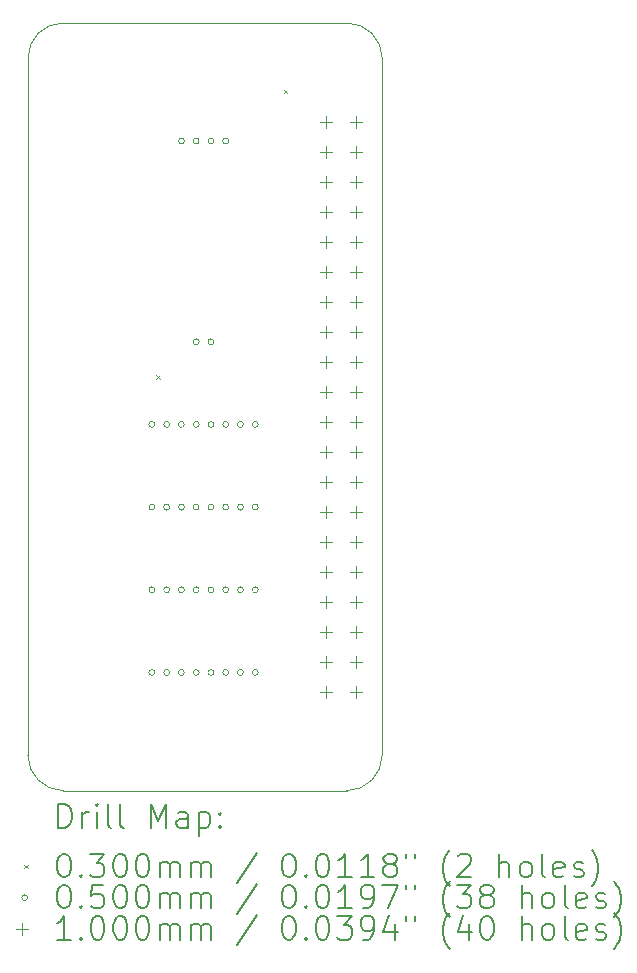
<source format=gbr>
%TF.GenerationSoftware,KiCad,Pcbnew,8.0.9*%
%TF.CreationDate,2026-01-01T18:04:26+09:00*%
%TF.ProjectId,Main,4d61696e-2e6b-4696-9361-645f70636258,rev?*%
%TF.SameCoordinates,Original*%
%TF.FileFunction,Drillmap*%
%TF.FilePolarity,Positive*%
%FSLAX45Y45*%
G04 Gerber Fmt 4.5, Leading zero omitted, Abs format (unit mm)*
G04 Created by KiCad (PCBNEW 8.0.9) date 2026-01-01 18:04:26*
%MOMM*%
%LPD*%
G01*
G04 APERTURE LIST*
%ADD10C,0.050000*%
%ADD11C,0.200000*%
%ADD12C,0.100000*%
G04 APERTURE END LIST*
D10*
X15700000Y-13000000D02*
X13300000Y-13000000D01*
X13000000Y-6800000D02*
G75*
G02*
X13300000Y-6500000I300000J0D01*
G01*
X16000000Y-12700000D02*
G75*
G02*
X15700000Y-13000000I-300000J0D01*
G01*
X15700000Y-6500000D02*
G75*
G02*
X16000000Y-6800000I0J-300000D01*
G01*
X13300000Y-13000000D02*
G75*
G02*
X13000000Y-12700000I0J300000D01*
G01*
X16000000Y-6800000D02*
X16000000Y-12700000D01*
X13000000Y-12700000D02*
X13000000Y-6800000D01*
X13300000Y-6500000D02*
X15700000Y-6500000D01*
D11*
D12*
X14085000Y-9485000D02*
X14115000Y-9515000D01*
X14115000Y-9485000D02*
X14085000Y-9515000D01*
X15165000Y-7065000D02*
X15195000Y-7095000D01*
X15195000Y-7065000D02*
X15165000Y-7095000D01*
X14075000Y-9900000D02*
G75*
G02*
X14025000Y-9900000I-25000J0D01*
G01*
X14025000Y-9900000D02*
G75*
G02*
X14075000Y-9900000I25000J0D01*
G01*
X14075000Y-10600000D02*
G75*
G02*
X14025000Y-10600000I-25000J0D01*
G01*
X14025000Y-10600000D02*
G75*
G02*
X14075000Y-10600000I25000J0D01*
G01*
X14075000Y-11300000D02*
G75*
G02*
X14025000Y-11300000I-25000J0D01*
G01*
X14025000Y-11300000D02*
G75*
G02*
X14075000Y-11300000I25000J0D01*
G01*
X14075000Y-12000000D02*
G75*
G02*
X14025000Y-12000000I-25000J0D01*
G01*
X14025000Y-12000000D02*
G75*
G02*
X14075000Y-12000000I25000J0D01*
G01*
X14200000Y-9900000D02*
G75*
G02*
X14150000Y-9900000I-25000J0D01*
G01*
X14150000Y-9900000D02*
G75*
G02*
X14200000Y-9900000I25000J0D01*
G01*
X14200000Y-10600000D02*
G75*
G02*
X14150000Y-10600000I-25000J0D01*
G01*
X14150000Y-10600000D02*
G75*
G02*
X14200000Y-10600000I25000J0D01*
G01*
X14200000Y-11300000D02*
G75*
G02*
X14150000Y-11300000I-25000J0D01*
G01*
X14150000Y-11300000D02*
G75*
G02*
X14200000Y-11300000I25000J0D01*
G01*
X14200000Y-12000000D02*
G75*
G02*
X14150000Y-12000000I-25000J0D01*
G01*
X14150000Y-12000000D02*
G75*
G02*
X14200000Y-12000000I25000J0D01*
G01*
X14325000Y-7500000D02*
G75*
G02*
X14275000Y-7500000I-25000J0D01*
G01*
X14275000Y-7500000D02*
G75*
G02*
X14325000Y-7500000I25000J0D01*
G01*
X14325000Y-9900000D02*
G75*
G02*
X14275000Y-9900000I-25000J0D01*
G01*
X14275000Y-9900000D02*
G75*
G02*
X14325000Y-9900000I25000J0D01*
G01*
X14325000Y-10600000D02*
G75*
G02*
X14275000Y-10600000I-25000J0D01*
G01*
X14275000Y-10600000D02*
G75*
G02*
X14325000Y-10600000I25000J0D01*
G01*
X14325000Y-11300000D02*
G75*
G02*
X14275000Y-11300000I-25000J0D01*
G01*
X14275000Y-11300000D02*
G75*
G02*
X14325000Y-11300000I25000J0D01*
G01*
X14325000Y-12000000D02*
G75*
G02*
X14275000Y-12000000I-25000J0D01*
G01*
X14275000Y-12000000D02*
G75*
G02*
X14325000Y-12000000I25000J0D01*
G01*
X14450000Y-7500000D02*
G75*
G02*
X14400000Y-7500000I-25000J0D01*
G01*
X14400000Y-7500000D02*
G75*
G02*
X14450000Y-7500000I25000J0D01*
G01*
X14450000Y-9200000D02*
G75*
G02*
X14400000Y-9200000I-25000J0D01*
G01*
X14400000Y-9200000D02*
G75*
G02*
X14450000Y-9200000I25000J0D01*
G01*
X14450000Y-9900000D02*
G75*
G02*
X14400000Y-9900000I-25000J0D01*
G01*
X14400000Y-9900000D02*
G75*
G02*
X14450000Y-9900000I25000J0D01*
G01*
X14450000Y-10600000D02*
G75*
G02*
X14400000Y-10600000I-25000J0D01*
G01*
X14400000Y-10600000D02*
G75*
G02*
X14450000Y-10600000I25000J0D01*
G01*
X14450000Y-11300000D02*
G75*
G02*
X14400000Y-11300000I-25000J0D01*
G01*
X14400000Y-11300000D02*
G75*
G02*
X14450000Y-11300000I25000J0D01*
G01*
X14450000Y-12000000D02*
G75*
G02*
X14400000Y-12000000I-25000J0D01*
G01*
X14400000Y-12000000D02*
G75*
G02*
X14450000Y-12000000I25000J0D01*
G01*
X14575000Y-7500000D02*
G75*
G02*
X14525000Y-7500000I-25000J0D01*
G01*
X14525000Y-7500000D02*
G75*
G02*
X14575000Y-7500000I25000J0D01*
G01*
X14575000Y-9200000D02*
G75*
G02*
X14525000Y-9200000I-25000J0D01*
G01*
X14525000Y-9200000D02*
G75*
G02*
X14575000Y-9200000I25000J0D01*
G01*
X14575000Y-9900000D02*
G75*
G02*
X14525000Y-9900000I-25000J0D01*
G01*
X14525000Y-9900000D02*
G75*
G02*
X14575000Y-9900000I25000J0D01*
G01*
X14575000Y-10600000D02*
G75*
G02*
X14525000Y-10600000I-25000J0D01*
G01*
X14525000Y-10600000D02*
G75*
G02*
X14575000Y-10600000I25000J0D01*
G01*
X14575000Y-11300000D02*
G75*
G02*
X14525000Y-11300000I-25000J0D01*
G01*
X14525000Y-11300000D02*
G75*
G02*
X14575000Y-11300000I25000J0D01*
G01*
X14575000Y-12000000D02*
G75*
G02*
X14525000Y-12000000I-25000J0D01*
G01*
X14525000Y-12000000D02*
G75*
G02*
X14575000Y-12000000I25000J0D01*
G01*
X14700000Y-7500000D02*
G75*
G02*
X14650000Y-7500000I-25000J0D01*
G01*
X14650000Y-7500000D02*
G75*
G02*
X14700000Y-7500000I25000J0D01*
G01*
X14700000Y-9900000D02*
G75*
G02*
X14650000Y-9900000I-25000J0D01*
G01*
X14650000Y-9900000D02*
G75*
G02*
X14700000Y-9900000I25000J0D01*
G01*
X14700000Y-10600000D02*
G75*
G02*
X14650000Y-10600000I-25000J0D01*
G01*
X14650000Y-10600000D02*
G75*
G02*
X14700000Y-10600000I25000J0D01*
G01*
X14700000Y-11300000D02*
G75*
G02*
X14650000Y-11300000I-25000J0D01*
G01*
X14650000Y-11300000D02*
G75*
G02*
X14700000Y-11300000I25000J0D01*
G01*
X14700000Y-12000000D02*
G75*
G02*
X14650000Y-12000000I-25000J0D01*
G01*
X14650000Y-12000000D02*
G75*
G02*
X14700000Y-12000000I25000J0D01*
G01*
X14825000Y-9900000D02*
G75*
G02*
X14775000Y-9900000I-25000J0D01*
G01*
X14775000Y-9900000D02*
G75*
G02*
X14825000Y-9900000I25000J0D01*
G01*
X14825000Y-10600000D02*
G75*
G02*
X14775000Y-10600000I-25000J0D01*
G01*
X14775000Y-10600000D02*
G75*
G02*
X14825000Y-10600000I25000J0D01*
G01*
X14825000Y-11300000D02*
G75*
G02*
X14775000Y-11300000I-25000J0D01*
G01*
X14775000Y-11300000D02*
G75*
G02*
X14825000Y-11300000I25000J0D01*
G01*
X14825000Y-12000000D02*
G75*
G02*
X14775000Y-12000000I-25000J0D01*
G01*
X14775000Y-12000000D02*
G75*
G02*
X14825000Y-12000000I25000J0D01*
G01*
X14950000Y-9900000D02*
G75*
G02*
X14900000Y-9900000I-25000J0D01*
G01*
X14900000Y-9900000D02*
G75*
G02*
X14950000Y-9900000I25000J0D01*
G01*
X14950000Y-10600000D02*
G75*
G02*
X14900000Y-10600000I-25000J0D01*
G01*
X14900000Y-10600000D02*
G75*
G02*
X14950000Y-10600000I25000J0D01*
G01*
X14950000Y-11300000D02*
G75*
G02*
X14900000Y-11300000I-25000J0D01*
G01*
X14900000Y-11300000D02*
G75*
G02*
X14950000Y-11300000I25000J0D01*
G01*
X14950000Y-12000000D02*
G75*
G02*
X14900000Y-12000000I-25000J0D01*
G01*
X14900000Y-12000000D02*
G75*
G02*
X14950000Y-12000000I25000J0D01*
G01*
X15523000Y-7287000D02*
X15523000Y-7387000D01*
X15473000Y-7337000D02*
X15573000Y-7337000D01*
X15523000Y-7541000D02*
X15523000Y-7641000D01*
X15473000Y-7591000D02*
X15573000Y-7591000D01*
X15523000Y-7795000D02*
X15523000Y-7895000D01*
X15473000Y-7845000D02*
X15573000Y-7845000D01*
X15523000Y-8049000D02*
X15523000Y-8149000D01*
X15473000Y-8099000D02*
X15573000Y-8099000D01*
X15523000Y-8303000D02*
X15523000Y-8403000D01*
X15473000Y-8353000D02*
X15573000Y-8353000D01*
X15523000Y-8557000D02*
X15523000Y-8657000D01*
X15473000Y-8607000D02*
X15573000Y-8607000D01*
X15523000Y-8811000D02*
X15523000Y-8911000D01*
X15473000Y-8861000D02*
X15573000Y-8861000D01*
X15523000Y-9065000D02*
X15523000Y-9165000D01*
X15473000Y-9115000D02*
X15573000Y-9115000D01*
X15523000Y-9319000D02*
X15523000Y-9419000D01*
X15473000Y-9369000D02*
X15573000Y-9369000D01*
X15523000Y-9573000D02*
X15523000Y-9673000D01*
X15473000Y-9623000D02*
X15573000Y-9623000D01*
X15523000Y-9827000D02*
X15523000Y-9927000D01*
X15473000Y-9877000D02*
X15573000Y-9877000D01*
X15523000Y-10081000D02*
X15523000Y-10181000D01*
X15473000Y-10131000D02*
X15573000Y-10131000D01*
X15523000Y-10335000D02*
X15523000Y-10435000D01*
X15473000Y-10385000D02*
X15573000Y-10385000D01*
X15523000Y-10589000D02*
X15523000Y-10689000D01*
X15473000Y-10639000D02*
X15573000Y-10639000D01*
X15523000Y-10843000D02*
X15523000Y-10943000D01*
X15473000Y-10893000D02*
X15573000Y-10893000D01*
X15523000Y-11097000D02*
X15523000Y-11197000D01*
X15473000Y-11147000D02*
X15573000Y-11147000D01*
X15523000Y-11351000D02*
X15523000Y-11451000D01*
X15473000Y-11401000D02*
X15573000Y-11401000D01*
X15523000Y-11605000D02*
X15523000Y-11705000D01*
X15473000Y-11655000D02*
X15573000Y-11655000D01*
X15523000Y-11859000D02*
X15523000Y-11959000D01*
X15473000Y-11909000D02*
X15573000Y-11909000D01*
X15523000Y-12113000D02*
X15523000Y-12213000D01*
X15473000Y-12163000D02*
X15573000Y-12163000D01*
X15777000Y-7287000D02*
X15777000Y-7387000D01*
X15727000Y-7337000D02*
X15827000Y-7337000D01*
X15777000Y-7541000D02*
X15777000Y-7641000D01*
X15727000Y-7591000D02*
X15827000Y-7591000D01*
X15777000Y-7795000D02*
X15777000Y-7895000D01*
X15727000Y-7845000D02*
X15827000Y-7845000D01*
X15777000Y-8049000D02*
X15777000Y-8149000D01*
X15727000Y-8099000D02*
X15827000Y-8099000D01*
X15777000Y-8303000D02*
X15777000Y-8403000D01*
X15727000Y-8353000D02*
X15827000Y-8353000D01*
X15777000Y-8557000D02*
X15777000Y-8657000D01*
X15727000Y-8607000D02*
X15827000Y-8607000D01*
X15777000Y-8811000D02*
X15777000Y-8911000D01*
X15727000Y-8861000D02*
X15827000Y-8861000D01*
X15777000Y-9065000D02*
X15777000Y-9165000D01*
X15727000Y-9115000D02*
X15827000Y-9115000D01*
X15777000Y-9319000D02*
X15777000Y-9419000D01*
X15727000Y-9369000D02*
X15827000Y-9369000D01*
X15777000Y-9573000D02*
X15777000Y-9673000D01*
X15727000Y-9623000D02*
X15827000Y-9623000D01*
X15777000Y-9827000D02*
X15777000Y-9927000D01*
X15727000Y-9877000D02*
X15827000Y-9877000D01*
X15777000Y-10081000D02*
X15777000Y-10181000D01*
X15727000Y-10131000D02*
X15827000Y-10131000D01*
X15777000Y-10335000D02*
X15777000Y-10435000D01*
X15727000Y-10385000D02*
X15827000Y-10385000D01*
X15777000Y-10589000D02*
X15777000Y-10689000D01*
X15727000Y-10639000D02*
X15827000Y-10639000D01*
X15777000Y-10843000D02*
X15777000Y-10943000D01*
X15727000Y-10893000D02*
X15827000Y-10893000D01*
X15777000Y-11097000D02*
X15777000Y-11197000D01*
X15727000Y-11147000D02*
X15827000Y-11147000D01*
X15777000Y-11351000D02*
X15777000Y-11451000D01*
X15727000Y-11401000D02*
X15827000Y-11401000D01*
X15777000Y-11605000D02*
X15777000Y-11705000D01*
X15727000Y-11655000D02*
X15827000Y-11655000D01*
X15777000Y-11859000D02*
X15777000Y-11959000D01*
X15727000Y-11909000D02*
X15827000Y-11909000D01*
X15777000Y-12113000D02*
X15777000Y-12213000D01*
X15727000Y-12163000D02*
X15827000Y-12163000D01*
D11*
X13258277Y-13313984D02*
X13258277Y-13113984D01*
X13258277Y-13113984D02*
X13305896Y-13113984D01*
X13305896Y-13113984D02*
X13334467Y-13123508D01*
X13334467Y-13123508D02*
X13353515Y-13142555D01*
X13353515Y-13142555D02*
X13363039Y-13161603D01*
X13363039Y-13161603D02*
X13372562Y-13199698D01*
X13372562Y-13199698D02*
X13372562Y-13228269D01*
X13372562Y-13228269D02*
X13363039Y-13266365D01*
X13363039Y-13266365D02*
X13353515Y-13285412D01*
X13353515Y-13285412D02*
X13334467Y-13304460D01*
X13334467Y-13304460D02*
X13305896Y-13313984D01*
X13305896Y-13313984D02*
X13258277Y-13313984D01*
X13458277Y-13313984D02*
X13458277Y-13180650D01*
X13458277Y-13218746D02*
X13467801Y-13199698D01*
X13467801Y-13199698D02*
X13477324Y-13190174D01*
X13477324Y-13190174D02*
X13496372Y-13180650D01*
X13496372Y-13180650D02*
X13515420Y-13180650D01*
X13582086Y-13313984D02*
X13582086Y-13180650D01*
X13582086Y-13113984D02*
X13572562Y-13123508D01*
X13572562Y-13123508D02*
X13582086Y-13133031D01*
X13582086Y-13133031D02*
X13591610Y-13123508D01*
X13591610Y-13123508D02*
X13582086Y-13113984D01*
X13582086Y-13113984D02*
X13582086Y-13133031D01*
X13705896Y-13313984D02*
X13686848Y-13304460D01*
X13686848Y-13304460D02*
X13677324Y-13285412D01*
X13677324Y-13285412D02*
X13677324Y-13113984D01*
X13810658Y-13313984D02*
X13791610Y-13304460D01*
X13791610Y-13304460D02*
X13782086Y-13285412D01*
X13782086Y-13285412D02*
X13782086Y-13113984D01*
X14039229Y-13313984D02*
X14039229Y-13113984D01*
X14039229Y-13113984D02*
X14105896Y-13256841D01*
X14105896Y-13256841D02*
X14172562Y-13113984D01*
X14172562Y-13113984D02*
X14172562Y-13313984D01*
X14353515Y-13313984D02*
X14353515Y-13209222D01*
X14353515Y-13209222D02*
X14343991Y-13190174D01*
X14343991Y-13190174D02*
X14324943Y-13180650D01*
X14324943Y-13180650D02*
X14286848Y-13180650D01*
X14286848Y-13180650D02*
X14267801Y-13190174D01*
X14353515Y-13304460D02*
X14334467Y-13313984D01*
X14334467Y-13313984D02*
X14286848Y-13313984D01*
X14286848Y-13313984D02*
X14267801Y-13304460D01*
X14267801Y-13304460D02*
X14258277Y-13285412D01*
X14258277Y-13285412D02*
X14258277Y-13266365D01*
X14258277Y-13266365D02*
X14267801Y-13247317D01*
X14267801Y-13247317D02*
X14286848Y-13237793D01*
X14286848Y-13237793D02*
X14334467Y-13237793D01*
X14334467Y-13237793D02*
X14353515Y-13228269D01*
X14448753Y-13180650D02*
X14448753Y-13380650D01*
X14448753Y-13190174D02*
X14467801Y-13180650D01*
X14467801Y-13180650D02*
X14505896Y-13180650D01*
X14505896Y-13180650D02*
X14524943Y-13190174D01*
X14524943Y-13190174D02*
X14534467Y-13199698D01*
X14534467Y-13199698D02*
X14543991Y-13218746D01*
X14543991Y-13218746D02*
X14543991Y-13275888D01*
X14543991Y-13275888D02*
X14534467Y-13294936D01*
X14534467Y-13294936D02*
X14524943Y-13304460D01*
X14524943Y-13304460D02*
X14505896Y-13313984D01*
X14505896Y-13313984D02*
X14467801Y-13313984D01*
X14467801Y-13313984D02*
X14448753Y-13304460D01*
X14629705Y-13294936D02*
X14639229Y-13304460D01*
X14639229Y-13304460D02*
X14629705Y-13313984D01*
X14629705Y-13313984D02*
X14620182Y-13304460D01*
X14620182Y-13304460D02*
X14629705Y-13294936D01*
X14629705Y-13294936D02*
X14629705Y-13313984D01*
X14629705Y-13190174D02*
X14639229Y-13199698D01*
X14639229Y-13199698D02*
X14629705Y-13209222D01*
X14629705Y-13209222D02*
X14620182Y-13199698D01*
X14620182Y-13199698D02*
X14629705Y-13190174D01*
X14629705Y-13190174D02*
X14629705Y-13209222D01*
D12*
X12967500Y-13627500D02*
X12997500Y-13657500D01*
X12997500Y-13627500D02*
X12967500Y-13657500D01*
D11*
X13296372Y-13533984D02*
X13315420Y-13533984D01*
X13315420Y-13533984D02*
X13334467Y-13543508D01*
X13334467Y-13543508D02*
X13343991Y-13553031D01*
X13343991Y-13553031D02*
X13353515Y-13572079D01*
X13353515Y-13572079D02*
X13363039Y-13610174D01*
X13363039Y-13610174D02*
X13363039Y-13657793D01*
X13363039Y-13657793D02*
X13353515Y-13695888D01*
X13353515Y-13695888D02*
X13343991Y-13714936D01*
X13343991Y-13714936D02*
X13334467Y-13724460D01*
X13334467Y-13724460D02*
X13315420Y-13733984D01*
X13315420Y-13733984D02*
X13296372Y-13733984D01*
X13296372Y-13733984D02*
X13277324Y-13724460D01*
X13277324Y-13724460D02*
X13267801Y-13714936D01*
X13267801Y-13714936D02*
X13258277Y-13695888D01*
X13258277Y-13695888D02*
X13248753Y-13657793D01*
X13248753Y-13657793D02*
X13248753Y-13610174D01*
X13248753Y-13610174D02*
X13258277Y-13572079D01*
X13258277Y-13572079D02*
X13267801Y-13553031D01*
X13267801Y-13553031D02*
X13277324Y-13543508D01*
X13277324Y-13543508D02*
X13296372Y-13533984D01*
X13448753Y-13714936D02*
X13458277Y-13724460D01*
X13458277Y-13724460D02*
X13448753Y-13733984D01*
X13448753Y-13733984D02*
X13439229Y-13724460D01*
X13439229Y-13724460D02*
X13448753Y-13714936D01*
X13448753Y-13714936D02*
X13448753Y-13733984D01*
X13524943Y-13533984D02*
X13648753Y-13533984D01*
X13648753Y-13533984D02*
X13582086Y-13610174D01*
X13582086Y-13610174D02*
X13610658Y-13610174D01*
X13610658Y-13610174D02*
X13629705Y-13619698D01*
X13629705Y-13619698D02*
X13639229Y-13629222D01*
X13639229Y-13629222D02*
X13648753Y-13648269D01*
X13648753Y-13648269D02*
X13648753Y-13695888D01*
X13648753Y-13695888D02*
X13639229Y-13714936D01*
X13639229Y-13714936D02*
X13629705Y-13724460D01*
X13629705Y-13724460D02*
X13610658Y-13733984D01*
X13610658Y-13733984D02*
X13553515Y-13733984D01*
X13553515Y-13733984D02*
X13534467Y-13724460D01*
X13534467Y-13724460D02*
X13524943Y-13714936D01*
X13772562Y-13533984D02*
X13791610Y-13533984D01*
X13791610Y-13533984D02*
X13810658Y-13543508D01*
X13810658Y-13543508D02*
X13820182Y-13553031D01*
X13820182Y-13553031D02*
X13829705Y-13572079D01*
X13829705Y-13572079D02*
X13839229Y-13610174D01*
X13839229Y-13610174D02*
X13839229Y-13657793D01*
X13839229Y-13657793D02*
X13829705Y-13695888D01*
X13829705Y-13695888D02*
X13820182Y-13714936D01*
X13820182Y-13714936D02*
X13810658Y-13724460D01*
X13810658Y-13724460D02*
X13791610Y-13733984D01*
X13791610Y-13733984D02*
X13772562Y-13733984D01*
X13772562Y-13733984D02*
X13753515Y-13724460D01*
X13753515Y-13724460D02*
X13743991Y-13714936D01*
X13743991Y-13714936D02*
X13734467Y-13695888D01*
X13734467Y-13695888D02*
X13724943Y-13657793D01*
X13724943Y-13657793D02*
X13724943Y-13610174D01*
X13724943Y-13610174D02*
X13734467Y-13572079D01*
X13734467Y-13572079D02*
X13743991Y-13553031D01*
X13743991Y-13553031D02*
X13753515Y-13543508D01*
X13753515Y-13543508D02*
X13772562Y-13533984D01*
X13963039Y-13533984D02*
X13982086Y-13533984D01*
X13982086Y-13533984D02*
X14001134Y-13543508D01*
X14001134Y-13543508D02*
X14010658Y-13553031D01*
X14010658Y-13553031D02*
X14020182Y-13572079D01*
X14020182Y-13572079D02*
X14029705Y-13610174D01*
X14029705Y-13610174D02*
X14029705Y-13657793D01*
X14029705Y-13657793D02*
X14020182Y-13695888D01*
X14020182Y-13695888D02*
X14010658Y-13714936D01*
X14010658Y-13714936D02*
X14001134Y-13724460D01*
X14001134Y-13724460D02*
X13982086Y-13733984D01*
X13982086Y-13733984D02*
X13963039Y-13733984D01*
X13963039Y-13733984D02*
X13943991Y-13724460D01*
X13943991Y-13724460D02*
X13934467Y-13714936D01*
X13934467Y-13714936D02*
X13924943Y-13695888D01*
X13924943Y-13695888D02*
X13915420Y-13657793D01*
X13915420Y-13657793D02*
X13915420Y-13610174D01*
X13915420Y-13610174D02*
X13924943Y-13572079D01*
X13924943Y-13572079D02*
X13934467Y-13553031D01*
X13934467Y-13553031D02*
X13943991Y-13543508D01*
X13943991Y-13543508D02*
X13963039Y-13533984D01*
X14115420Y-13733984D02*
X14115420Y-13600650D01*
X14115420Y-13619698D02*
X14124943Y-13610174D01*
X14124943Y-13610174D02*
X14143991Y-13600650D01*
X14143991Y-13600650D02*
X14172563Y-13600650D01*
X14172563Y-13600650D02*
X14191610Y-13610174D01*
X14191610Y-13610174D02*
X14201134Y-13629222D01*
X14201134Y-13629222D02*
X14201134Y-13733984D01*
X14201134Y-13629222D02*
X14210658Y-13610174D01*
X14210658Y-13610174D02*
X14229705Y-13600650D01*
X14229705Y-13600650D02*
X14258277Y-13600650D01*
X14258277Y-13600650D02*
X14277324Y-13610174D01*
X14277324Y-13610174D02*
X14286848Y-13629222D01*
X14286848Y-13629222D02*
X14286848Y-13733984D01*
X14382086Y-13733984D02*
X14382086Y-13600650D01*
X14382086Y-13619698D02*
X14391610Y-13610174D01*
X14391610Y-13610174D02*
X14410658Y-13600650D01*
X14410658Y-13600650D02*
X14439229Y-13600650D01*
X14439229Y-13600650D02*
X14458277Y-13610174D01*
X14458277Y-13610174D02*
X14467801Y-13629222D01*
X14467801Y-13629222D02*
X14467801Y-13733984D01*
X14467801Y-13629222D02*
X14477324Y-13610174D01*
X14477324Y-13610174D02*
X14496372Y-13600650D01*
X14496372Y-13600650D02*
X14524943Y-13600650D01*
X14524943Y-13600650D02*
X14543991Y-13610174D01*
X14543991Y-13610174D02*
X14553515Y-13629222D01*
X14553515Y-13629222D02*
X14553515Y-13733984D01*
X14943991Y-13524460D02*
X14772563Y-13781603D01*
X15201134Y-13533984D02*
X15220182Y-13533984D01*
X15220182Y-13533984D02*
X15239229Y-13543508D01*
X15239229Y-13543508D02*
X15248753Y-13553031D01*
X15248753Y-13553031D02*
X15258277Y-13572079D01*
X15258277Y-13572079D02*
X15267801Y-13610174D01*
X15267801Y-13610174D02*
X15267801Y-13657793D01*
X15267801Y-13657793D02*
X15258277Y-13695888D01*
X15258277Y-13695888D02*
X15248753Y-13714936D01*
X15248753Y-13714936D02*
X15239229Y-13724460D01*
X15239229Y-13724460D02*
X15220182Y-13733984D01*
X15220182Y-13733984D02*
X15201134Y-13733984D01*
X15201134Y-13733984D02*
X15182086Y-13724460D01*
X15182086Y-13724460D02*
X15172563Y-13714936D01*
X15172563Y-13714936D02*
X15163039Y-13695888D01*
X15163039Y-13695888D02*
X15153515Y-13657793D01*
X15153515Y-13657793D02*
X15153515Y-13610174D01*
X15153515Y-13610174D02*
X15163039Y-13572079D01*
X15163039Y-13572079D02*
X15172563Y-13553031D01*
X15172563Y-13553031D02*
X15182086Y-13543508D01*
X15182086Y-13543508D02*
X15201134Y-13533984D01*
X15353515Y-13714936D02*
X15363039Y-13724460D01*
X15363039Y-13724460D02*
X15353515Y-13733984D01*
X15353515Y-13733984D02*
X15343991Y-13724460D01*
X15343991Y-13724460D02*
X15353515Y-13714936D01*
X15353515Y-13714936D02*
X15353515Y-13733984D01*
X15486848Y-13533984D02*
X15505896Y-13533984D01*
X15505896Y-13533984D02*
X15524944Y-13543508D01*
X15524944Y-13543508D02*
X15534467Y-13553031D01*
X15534467Y-13553031D02*
X15543991Y-13572079D01*
X15543991Y-13572079D02*
X15553515Y-13610174D01*
X15553515Y-13610174D02*
X15553515Y-13657793D01*
X15553515Y-13657793D02*
X15543991Y-13695888D01*
X15543991Y-13695888D02*
X15534467Y-13714936D01*
X15534467Y-13714936D02*
X15524944Y-13724460D01*
X15524944Y-13724460D02*
X15505896Y-13733984D01*
X15505896Y-13733984D02*
X15486848Y-13733984D01*
X15486848Y-13733984D02*
X15467801Y-13724460D01*
X15467801Y-13724460D02*
X15458277Y-13714936D01*
X15458277Y-13714936D02*
X15448753Y-13695888D01*
X15448753Y-13695888D02*
X15439229Y-13657793D01*
X15439229Y-13657793D02*
X15439229Y-13610174D01*
X15439229Y-13610174D02*
X15448753Y-13572079D01*
X15448753Y-13572079D02*
X15458277Y-13553031D01*
X15458277Y-13553031D02*
X15467801Y-13543508D01*
X15467801Y-13543508D02*
X15486848Y-13533984D01*
X15743991Y-13733984D02*
X15629706Y-13733984D01*
X15686848Y-13733984D02*
X15686848Y-13533984D01*
X15686848Y-13533984D02*
X15667801Y-13562555D01*
X15667801Y-13562555D02*
X15648753Y-13581603D01*
X15648753Y-13581603D02*
X15629706Y-13591127D01*
X15934467Y-13733984D02*
X15820182Y-13733984D01*
X15877325Y-13733984D02*
X15877325Y-13533984D01*
X15877325Y-13533984D02*
X15858277Y-13562555D01*
X15858277Y-13562555D02*
X15839229Y-13581603D01*
X15839229Y-13581603D02*
X15820182Y-13591127D01*
X16048753Y-13619698D02*
X16029706Y-13610174D01*
X16029706Y-13610174D02*
X16020182Y-13600650D01*
X16020182Y-13600650D02*
X16010658Y-13581603D01*
X16010658Y-13581603D02*
X16010658Y-13572079D01*
X16010658Y-13572079D02*
X16020182Y-13553031D01*
X16020182Y-13553031D02*
X16029706Y-13543508D01*
X16029706Y-13543508D02*
X16048753Y-13533984D01*
X16048753Y-13533984D02*
X16086848Y-13533984D01*
X16086848Y-13533984D02*
X16105896Y-13543508D01*
X16105896Y-13543508D02*
X16115420Y-13553031D01*
X16115420Y-13553031D02*
X16124944Y-13572079D01*
X16124944Y-13572079D02*
X16124944Y-13581603D01*
X16124944Y-13581603D02*
X16115420Y-13600650D01*
X16115420Y-13600650D02*
X16105896Y-13610174D01*
X16105896Y-13610174D02*
X16086848Y-13619698D01*
X16086848Y-13619698D02*
X16048753Y-13619698D01*
X16048753Y-13619698D02*
X16029706Y-13629222D01*
X16029706Y-13629222D02*
X16020182Y-13638746D01*
X16020182Y-13638746D02*
X16010658Y-13657793D01*
X16010658Y-13657793D02*
X16010658Y-13695888D01*
X16010658Y-13695888D02*
X16020182Y-13714936D01*
X16020182Y-13714936D02*
X16029706Y-13724460D01*
X16029706Y-13724460D02*
X16048753Y-13733984D01*
X16048753Y-13733984D02*
X16086848Y-13733984D01*
X16086848Y-13733984D02*
X16105896Y-13724460D01*
X16105896Y-13724460D02*
X16115420Y-13714936D01*
X16115420Y-13714936D02*
X16124944Y-13695888D01*
X16124944Y-13695888D02*
X16124944Y-13657793D01*
X16124944Y-13657793D02*
X16115420Y-13638746D01*
X16115420Y-13638746D02*
X16105896Y-13629222D01*
X16105896Y-13629222D02*
X16086848Y-13619698D01*
X16201134Y-13533984D02*
X16201134Y-13572079D01*
X16277325Y-13533984D02*
X16277325Y-13572079D01*
X16572563Y-13810174D02*
X16563039Y-13800650D01*
X16563039Y-13800650D02*
X16543991Y-13772079D01*
X16543991Y-13772079D02*
X16534468Y-13753031D01*
X16534468Y-13753031D02*
X16524944Y-13724460D01*
X16524944Y-13724460D02*
X16515420Y-13676841D01*
X16515420Y-13676841D02*
X16515420Y-13638746D01*
X16515420Y-13638746D02*
X16524944Y-13591127D01*
X16524944Y-13591127D02*
X16534468Y-13562555D01*
X16534468Y-13562555D02*
X16543991Y-13543508D01*
X16543991Y-13543508D02*
X16563039Y-13514936D01*
X16563039Y-13514936D02*
X16572563Y-13505412D01*
X16639229Y-13553031D02*
X16648753Y-13543508D01*
X16648753Y-13543508D02*
X16667801Y-13533984D01*
X16667801Y-13533984D02*
X16715420Y-13533984D01*
X16715420Y-13533984D02*
X16734468Y-13543508D01*
X16734468Y-13543508D02*
X16743991Y-13553031D01*
X16743991Y-13553031D02*
X16753515Y-13572079D01*
X16753515Y-13572079D02*
X16753515Y-13591127D01*
X16753515Y-13591127D02*
X16743991Y-13619698D01*
X16743991Y-13619698D02*
X16629706Y-13733984D01*
X16629706Y-13733984D02*
X16753515Y-13733984D01*
X16991611Y-13733984D02*
X16991611Y-13533984D01*
X17077325Y-13733984D02*
X17077325Y-13629222D01*
X17077325Y-13629222D02*
X17067801Y-13610174D01*
X17067801Y-13610174D02*
X17048753Y-13600650D01*
X17048753Y-13600650D02*
X17020182Y-13600650D01*
X17020182Y-13600650D02*
X17001134Y-13610174D01*
X17001134Y-13610174D02*
X16991611Y-13619698D01*
X17201134Y-13733984D02*
X17182087Y-13724460D01*
X17182087Y-13724460D02*
X17172563Y-13714936D01*
X17172563Y-13714936D02*
X17163039Y-13695888D01*
X17163039Y-13695888D02*
X17163039Y-13638746D01*
X17163039Y-13638746D02*
X17172563Y-13619698D01*
X17172563Y-13619698D02*
X17182087Y-13610174D01*
X17182087Y-13610174D02*
X17201134Y-13600650D01*
X17201134Y-13600650D02*
X17229706Y-13600650D01*
X17229706Y-13600650D02*
X17248753Y-13610174D01*
X17248753Y-13610174D02*
X17258277Y-13619698D01*
X17258277Y-13619698D02*
X17267801Y-13638746D01*
X17267801Y-13638746D02*
X17267801Y-13695888D01*
X17267801Y-13695888D02*
X17258277Y-13714936D01*
X17258277Y-13714936D02*
X17248753Y-13724460D01*
X17248753Y-13724460D02*
X17229706Y-13733984D01*
X17229706Y-13733984D02*
X17201134Y-13733984D01*
X17382087Y-13733984D02*
X17363039Y-13724460D01*
X17363039Y-13724460D02*
X17353515Y-13705412D01*
X17353515Y-13705412D02*
X17353515Y-13533984D01*
X17534468Y-13724460D02*
X17515420Y-13733984D01*
X17515420Y-13733984D02*
X17477325Y-13733984D01*
X17477325Y-13733984D02*
X17458277Y-13724460D01*
X17458277Y-13724460D02*
X17448753Y-13705412D01*
X17448753Y-13705412D02*
X17448753Y-13629222D01*
X17448753Y-13629222D02*
X17458277Y-13610174D01*
X17458277Y-13610174D02*
X17477325Y-13600650D01*
X17477325Y-13600650D02*
X17515420Y-13600650D01*
X17515420Y-13600650D02*
X17534468Y-13610174D01*
X17534468Y-13610174D02*
X17543992Y-13629222D01*
X17543992Y-13629222D02*
X17543992Y-13648269D01*
X17543992Y-13648269D02*
X17448753Y-13667317D01*
X17620182Y-13724460D02*
X17639230Y-13733984D01*
X17639230Y-13733984D02*
X17677325Y-13733984D01*
X17677325Y-13733984D02*
X17696373Y-13724460D01*
X17696373Y-13724460D02*
X17705896Y-13705412D01*
X17705896Y-13705412D02*
X17705896Y-13695888D01*
X17705896Y-13695888D02*
X17696373Y-13676841D01*
X17696373Y-13676841D02*
X17677325Y-13667317D01*
X17677325Y-13667317D02*
X17648753Y-13667317D01*
X17648753Y-13667317D02*
X17629706Y-13657793D01*
X17629706Y-13657793D02*
X17620182Y-13638746D01*
X17620182Y-13638746D02*
X17620182Y-13629222D01*
X17620182Y-13629222D02*
X17629706Y-13610174D01*
X17629706Y-13610174D02*
X17648753Y-13600650D01*
X17648753Y-13600650D02*
X17677325Y-13600650D01*
X17677325Y-13600650D02*
X17696373Y-13610174D01*
X17772563Y-13810174D02*
X17782087Y-13800650D01*
X17782087Y-13800650D02*
X17801134Y-13772079D01*
X17801134Y-13772079D02*
X17810658Y-13753031D01*
X17810658Y-13753031D02*
X17820182Y-13724460D01*
X17820182Y-13724460D02*
X17829706Y-13676841D01*
X17829706Y-13676841D02*
X17829706Y-13638746D01*
X17829706Y-13638746D02*
X17820182Y-13591127D01*
X17820182Y-13591127D02*
X17810658Y-13562555D01*
X17810658Y-13562555D02*
X17801134Y-13543508D01*
X17801134Y-13543508D02*
X17782087Y-13514936D01*
X17782087Y-13514936D02*
X17772563Y-13505412D01*
D12*
X12997500Y-13906500D02*
G75*
G02*
X12947500Y-13906500I-25000J0D01*
G01*
X12947500Y-13906500D02*
G75*
G02*
X12997500Y-13906500I25000J0D01*
G01*
D11*
X13296372Y-13797984D02*
X13315420Y-13797984D01*
X13315420Y-13797984D02*
X13334467Y-13807508D01*
X13334467Y-13807508D02*
X13343991Y-13817031D01*
X13343991Y-13817031D02*
X13353515Y-13836079D01*
X13353515Y-13836079D02*
X13363039Y-13874174D01*
X13363039Y-13874174D02*
X13363039Y-13921793D01*
X13363039Y-13921793D02*
X13353515Y-13959888D01*
X13353515Y-13959888D02*
X13343991Y-13978936D01*
X13343991Y-13978936D02*
X13334467Y-13988460D01*
X13334467Y-13988460D02*
X13315420Y-13997984D01*
X13315420Y-13997984D02*
X13296372Y-13997984D01*
X13296372Y-13997984D02*
X13277324Y-13988460D01*
X13277324Y-13988460D02*
X13267801Y-13978936D01*
X13267801Y-13978936D02*
X13258277Y-13959888D01*
X13258277Y-13959888D02*
X13248753Y-13921793D01*
X13248753Y-13921793D02*
X13248753Y-13874174D01*
X13248753Y-13874174D02*
X13258277Y-13836079D01*
X13258277Y-13836079D02*
X13267801Y-13817031D01*
X13267801Y-13817031D02*
X13277324Y-13807508D01*
X13277324Y-13807508D02*
X13296372Y-13797984D01*
X13448753Y-13978936D02*
X13458277Y-13988460D01*
X13458277Y-13988460D02*
X13448753Y-13997984D01*
X13448753Y-13997984D02*
X13439229Y-13988460D01*
X13439229Y-13988460D02*
X13448753Y-13978936D01*
X13448753Y-13978936D02*
X13448753Y-13997984D01*
X13639229Y-13797984D02*
X13543991Y-13797984D01*
X13543991Y-13797984D02*
X13534467Y-13893222D01*
X13534467Y-13893222D02*
X13543991Y-13883698D01*
X13543991Y-13883698D02*
X13563039Y-13874174D01*
X13563039Y-13874174D02*
X13610658Y-13874174D01*
X13610658Y-13874174D02*
X13629705Y-13883698D01*
X13629705Y-13883698D02*
X13639229Y-13893222D01*
X13639229Y-13893222D02*
X13648753Y-13912269D01*
X13648753Y-13912269D02*
X13648753Y-13959888D01*
X13648753Y-13959888D02*
X13639229Y-13978936D01*
X13639229Y-13978936D02*
X13629705Y-13988460D01*
X13629705Y-13988460D02*
X13610658Y-13997984D01*
X13610658Y-13997984D02*
X13563039Y-13997984D01*
X13563039Y-13997984D02*
X13543991Y-13988460D01*
X13543991Y-13988460D02*
X13534467Y-13978936D01*
X13772562Y-13797984D02*
X13791610Y-13797984D01*
X13791610Y-13797984D02*
X13810658Y-13807508D01*
X13810658Y-13807508D02*
X13820182Y-13817031D01*
X13820182Y-13817031D02*
X13829705Y-13836079D01*
X13829705Y-13836079D02*
X13839229Y-13874174D01*
X13839229Y-13874174D02*
X13839229Y-13921793D01*
X13839229Y-13921793D02*
X13829705Y-13959888D01*
X13829705Y-13959888D02*
X13820182Y-13978936D01*
X13820182Y-13978936D02*
X13810658Y-13988460D01*
X13810658Y-13988460D02*
X13791610Y-13997984D01*
X13791610Y-13997984D02*
X13772562Y-13997984D01*
X13772562Y-13997984D02*
X13753515Y-13988460D01*
X13753515Y-13988460D02*
X13743991Y-13978936D01*
X13743991Y-13978936D02*
X13734467Y-13959888D01*
X13734467Y-13959888D02*
X13724943Y-13921793D01*
X13724943Y-13921793D02*
X13724943Y-13874174D01*
X13724943Y-13874174D02*
X13734467Y-13836079D01*
X13734467Y-13836079D02*
X13743991Y-13817031D01*
X13743991Y-13817031D02*
X13753515Y-13807508D01*
X13753515Y-13807508D02*
X13772562Y-13797984D01*
X13963039Y-13797984D02*
X13982086Y-13797984D01*
X13982086Y-13797984D02*
X14001134Y-13807508D01*
X14001134Y-13807508D02*
X14010658Y-13817031D01*
X14010658Y-13817031D02*
X14020182Y-13836079D01*
X14020182Y-13836079D02*
X14029705Y-13874174D01*
X14029705Y-13874174D02*
X14029705Y-13921793D01*
X14029705Y-13921793D02*
X14020182Y-13959888D01*
X14020182Y-13959888D02*
X14010658Y-13978936D01*
X14010658Y-13978936D02*
X14001134Y-13988460D01*
X14001134Y-13988460D02*
X13982086Y-13997984D01*
X13982086Y-13997984D02*
X13963039Y-13997984D01*
X13963039Y-13997984D02*
X13943991Y-13988460D01*
X13943991Y-13988460D02*
X13934467Y-13978936D01*
X13934467Y-13978936D02*
X13924943Y-13959888D01*
X13924943Y-13959888D02*
X13915420Y-13921793D01*
X13915420Y-13921793D02*
X13915420Y-13874174D01*
X13915420Y-13874174D02*
X13924943Y-13836079D01*
X13924943Y-13836079D02*
X13934467Y-13817031D01*
X13934467Y-13817031D02*
X13943991Y-13807508D01*
X13943991Y-13807508D02*
X13963039Y-13797984D01*
X14115420Y-13997984D02*
X14115420Y-13864650D01*
X14115420Y-13883698D02*
X14124943Y-13874174D01*
X14124943Y-13874174D02*
X14143991Y-13864650D01*
X14143991Y-13864650D02*
X14172563Y-13864650D01*
X14172563Y-13864650D02*
X14191610Y-13874174D01*
X14191610Y-13874174D02*
X14201134Y-13893222D01*
X14201134Y-13893222D02*
X14201134Y-13997984D01*
X14201134Y-13893222D02*
X14210658Y-13874174D01*
X14210658Y-13874174D02*
X14229705Y-13864650D01*
X14229705Y-13864650D02*
X14258277Y-13864650D01*
X14258277Y-13864650D02*
X14277324Y-13874174D01*
X14277324Y-13874174D02*
X14286848Y-13893222D01*
X14286848Y-13893222D02*
X14286848Y-13997984D01*
X14382086Y-13997984D02*
X14382086Y-13864650D01*
X14382086Y-13883698D02*
X14391610Y-13874174D01*
X14391610Y-13874174D02*
X14410658Y-13864650D01*
X14410658Y-13864650D02*
X14439229Y-13864650D01*
X14439229Y-13864650D02*
X14458277Y-13874174D01*
X14458277Y-13874174D02*
X14467801Y-13893222D01*
X14467801Y-13893222D02*
X14467801Y-13997984D01*
X14467801Y-13893222D02*
X14477324Y-13874174D01*
X14477324Y-13874174D02*
X14496372Y-13864650D01*
X14496372Y-13864650D02*
X14524943Y-13864650D01*
X14524943Y-13864650D02*
X14543991Y-13874174D01*
X14543991Y-13874174D02*
X14553515Y-13893222D01*
X14553515Y-13893222D02*
X14553515Y-13997984D01*
X14943991Y-13788460D02*
X14772563Y-14045603D01*
X15201134Y-13797984D02*
X15220182Y-13797984D01*
X15220182Y-13797984D02*
X15239229Y-13807508D01*
X15239229Y-13807508D02*
X15248753Y-13817031D01*
X15248753Y-13817031D02*
X15258277Y-13836079D01*
X15258277Y-13836079D02*
X15267801Y-13874174D01*
X15267801Y-13874174D02*
X15267801Y-13921793D01*
X15267801Y-13921793D02*
X15258277Y-13959888D01*
X15258277Y-13959888D02*
X15248753Y-13978936D01*
X15248753Y-13978936D02*
X15239229Y-13988460D01*
X15239229Y-13988460D02*
X15220182Y-13997984D01*
X15220182Y-13997984D02*
X15201134Y-13997984D01*
X15201134Y-13997984D02*
X15182086Y-13988460D01*
X15182086Y-13988460D02*
X15172563Y-13978936D01*
X15172563Y-13978936D02*
X15163039Y-13959888D01*
X15163039Y-13959888D02*
X15153515Y-13921793D01*
X15153515Y-13921793D02*
X15153515Y-13874174D01*
X15153515Y-13874174D02*
X15163039Y-13836079D01*
X15163039Y-13836079D02*
X15172563Y-13817031D01*
X15172563Y-13817031D02*
X15182086Y-13807508D01*
X15182086Y-13807508D02*
X15201134Y-13797984D01*
X15353515Y-13978936D02*
X15363039Y-13988460D01*
X15363039Y-13988460D02*
X15353515Y-13997984D01*
X15353515Y-13997984D02*
X15343991Y-13988460D01*
X15343991Y-13988460D02*
X15353515Y-13978936D01*
X15353515Y-13978936D02*
X15353515Y-13997984D01*
X15486848Y-13797984D02*
X15505896Y-13797984D01*
X15505896Y-13797984D02*
X15524944Y-13807508D01*
X15524944Y-13807508D02*
X15534467Y-13817031D01*
X15534467Y-13817031D02*
X15543991Y-13836079D01*
X15543991Y-13836079D02*
X15553515Y-13874174D01*
X15553515Y-13874174D02*
X15553515Y-13921793D01*
X15553515Y-13921793D02*
X15543991Y-13959888D01*
X15543991Y-13959888D02*
X15534467Y-13978936D01*
X15534467Y-13978936D02*
X15524944Y-13988460D01*
X15524944Y-13988460D02*
X15505896Y-13997984D01*
X15505896Y-13997984D02*
X15486848Y-13997984D01*
X15486848Y-13997984D02*
X15467801Y-13988460D01*
X15467801Y-13988460D02*
X15458277Y-13978936D01*
X15458277Y-13978936D02*
X15448753Y-13959888D01*
X15448753Y-13959888D02*
X15439229Y-13921793D01*
X15439229Y-13921793D02*
X15439229Y-13874174D01*
X15439229Y-13874174D02*
X15448753Y-13836079D01*
X15448753Y-13836079D02*
X15458277Y-13817031D01*
X15458277Y-13817031D02*
X15467801Y-13807508D01*
X15467801Y-13807508D02*
X15486848Y-13797984D01*
X15743991Y-13997984D02*
X15629706Y-13997984D01*
X15686848Y-13997984D02*
X15686848Y-13797984D01*
X15686848Y-13797984D02*
X15667801Y-13826555D01*
X15667801Y-13826555D02*
X15648753Y-13845603D01*
X15648753Y-13845603D02*
X15629706Y-13855127D01*
X15839229Y-13997984D02*
X15877325Y-13997984D01*
X15877325Y-13997984D02*
X15896372Y-13988460D01*
X15896372Y-13988460D02*
X15905896Y-13978936D01*
X15905896Y-13978936D02*
X15924944Y-13950365D01*
X15924944Y-13950365D02*
X15934467Y-13912269D01*
X15934467Y-13912269D02*
X15934467Y-13836079D01*
X15934467Y-13836079D02*
X15924944Y-13817031D01*
X15924944Y-13817031D02*
X15915420Y-13807508D01*
X15915420Y-13807508D02*
X15896372Y-13797984D01*
X15896372Y-13797984D02*
X15858277Y-13797984D01*
X15858277Y-13797984D02*
X15839229Y-13807508D01*
X15839229Y-13807508D02*
X15829706Y-13817031D01*
X15829706Y-13817031D02*
X15820182Y-13836079D01*
X15820182Y-13836079D02*
X15820182Y-13883698D01*
X15820182Y-13883698D02*
X15829706Y-13902746D01*
X15829706Y-13902746D02*
X15839229Y-13912269D01*
X15839229Y-13912269D02*
X15858277Y-13921793D01*
X15858277Y-13921793D02*
X15896372Y-13921793D01*
X15896372Y-13921793D02*
X15915420Y-13912269D01*
X15915420Y-13912269D02*
X15924944Y-13902746D01*
X15924944Y-13902746D02*
X15934467Y-13883698D01*
X16001134Y-13797984D02*
X16134467Y-13797984D01*
X16134467Y-13797984D02*
X16048753Y-13997984D01*
X16201134Y-13797984D02*
X16201134Y-13836079D01*
X16277325Y-13797984D02*
X16277325Y-13836079D01*
X16572563Y-14074174D02*
X16563039Y-14064650D01*
X16563039Y-14064650D02*
X16543991Y-14036079D01*
X16543991Y-14036079D02*
X16534468Y-14017031D01*
X16534468Y-14017031D02*
X16524944Y-13988460D01*
X16524944Y-13988460D02*
X16515420Y-13940841D01*
X16515420Y-13940841D02*
X16515420Y-13902746D01*
X16515420Y-13902746D02*
X16524944Y-13855127D01*
X16524944Y-13855127D02*
X16534468Y-13826555D01*
X16534468Y-13826555D02*
X16543991Y-13807508D01*
X16543991Y-13807508D02*
X16563039Y-13778936D01*
X16563039Y-13778936D02*
X16572563Y-13769412D01*
X16629706Y-13797984D02*
X16753515Y-13797984D01*
X16753515Y-13797984D02*
X16686848Y-13874174D01*
X16686848Y-13874174D02*
X16715420Y-13874174D01*
X16715420Y-13874174D02*
X16734468Y-13883698D01*
X16734468Y-13883698D02*
X16743991Y-13893222D01*
X16743991Y-13893222D02*
X16753515Y-13912269D01*
X16753515Y-13912269D02*
X16753515Y-13959888D01*
X16753515Y-13959888D02*
X16743991Y-13978936D01*
X16743991Y-13978936D02*
X16734468Y-13988460D01*
X16734468Y-13988460D02*
X16715420Y-13997984D01*
X16715420Y-13997984D02*
X16658277Y-13997984D01*
X16658277Y-13997984D02*
X16639229Y-13988460D01*
X16639229Y-13988460D02*
X16629706Y-13978936D01*
X16867801Y-13883698D02*
X16848753Y-13874174D01*
X16848753Y-13874174D02*
X16839230Y-13864650D01*
X16839230Y-13864650D02*
X16829706Y-13845603D01*
X16829706Y-13845603D02*
X16829706Y-13836079D01*
X16829706Y-13836079D02*
X16839230Y-13817031D01*
X16839230Y-13817031D02*
X16848753Y-13807508D01*
X16848753Y-13807508D02*
X16867801Y-13797984D01*
X16867801Y-13797984D02*
X16905896Y-13797984D01*
X16905896Y-13797984D02*
X16924944Y-13807508D01*
X16924944Y-13807508D02*
X16934468Y-13817031D01*
X16934468Y-13817031D02*
X16943991Y-13836079D01*
X16943991Y-13836079D02*
X16943991Y-13845603D01*
X16943991Y-13845603D02*
X16934468Y-13864650D01*
X16934468Y-13864650D02*
X16924944Y-13874174D01*
X16924944Y-13874174D02*
X16905896Y-13883698D01*
X16905896Y-13883698D02*
X16867801Y-13883698D01*
X16867801Y-13883698D02*
X16848753Y-13893222D01*
X16848753Y-13893222D02*
X16839230Y-13902746D01*
X16839230Y-13902746D02*
X16829706Y-13921793D01*
X16829706Y-13921793D02*
X16829706Y-13959888D01*
X16829706Y-13959888D02*
X16839230Y-13978936D01*
X16839230Y-13978936D02*
X16848753Y-13988460D01*
X16848753Y-13988460D02*
X16867801Y-13997984D01*
X16867801Y-13997984D02*
X16905896Y-13997984D01*
X16905896Y-13997984D02*
X16924944Y-13988460D01*
X16924944Y-13988460D02*
X16934468Y-13978936D01*
X16934468Y-13978936D02*
X16943991Y-13959888D01*
X16943991Y-13959888D02*
X16943991Y-13921793D01*
X16943991Y-13921793D02*
X16934468Y-13902746D01*
X16934468Y-13902746D02*
X16924944Y-13893222D01*
X16924944Y-13893222D02*
X16905896Y-13883698D01*
X17182087Y-13997984D02*
X17182087Y-13797984D01*
X17267801Y-13997984D02*
X17267801Y-13893222D01*
X17267801Y-13893222D02*
X17258277Y-13874174D01*
X17258277Y-13874174D02*
X17239230Y-13864650D01*
X17239230Y-13864650D02*
X17210658Y-13864650D01*
X17210658Y-13864650D02*
X17191611Y-13874174D01*
X17191611Y-13874174D02*
X17182087Y-13883698D01*
X17391611Y-13997984D02*
X17372563Y-13988460D01*
X17372563Y-13988460D02*
X17363039Y-13978936D01*
X17363039Y-13978936D02*
X17353515Y-13959888D01*
X17353515Y-13959888D02*
X17353515Y-13902746D01*
X17353515Y-13902746D02*
X17363039Y-13883698D01*
X17363039Y-13883698D02*
X17372563Y-13874174D01*
X17372563Y-13874174D02*
X17391611Y-13864650D01*
X17391611Y-13864650D02*
X17420182Y-13864650D01*
X17420182Y-13864650D02*
X17439230Y-13874174D01*
X17439230Y-13874174D02*
X17448753Y-13883698D01*
X17448753Y-13883698D02*
X17458277Y-13902746D01*
X17458277Y-13902746D02*
X17458277Y-13959888D01*
X17458277Y-13959888D02*
X17448753Y-13978936D01*
X17448753Y-13978936D02*
X17439230Y-13988460D01*
X17439230Y-13988460D02*
X17420182Y-13997984D01*
X17420182Y-13997984D02*
X17391611Y-13997984D01*
X17572563Y-13997984D02*
X17553515Y-13988460D01*
X17553515Y-13988460D02*
X17543992Y-13969412D01*
X17543992Y-13969412D02*
X17543992Y-13797984D01*
X17724944Y-13988460D02*
X17705896Y-13997984D01*
X17705896Y-13997984D02*
X17667801Y-13997984D01*
X17667801Y-13997984D02*
X17648753Y-13988460D01*
X17648753Y-13988460D02*
X17639230Y-13969412D01*
X17639230Y-13969412D02*
X17639230Y-13893222D01*
X17639230Y-13893222D02*
X17648753Y-13874174D01*
X17648753Y-13874174D02*
X17667801Y-13864650D01*
X17667801Y-13864650D02*
X17705896Y-13864650D01*
X17705896Y-13864650D02*
X17724944Y-13874174D01*
X17724944Y-13874174D02*
X17734468Y-13893222D01*
X17734468Y-13893222D02*
X17734468Y-13912269D01*
X17734468Y-13912269D02*
X17639230Y-13931317D01*
X17810658Y-13988460D02*
X17829706Y-13997984D01*
X17829706Y-13997984D02*
X17867801Y-13997984D01*
X17867801Y-13997984D02*
X17886849Y-13988460D01*
X17886849Y-13988460D02*
X17896373Y-13969412D01*
X17896373Y-13969412D02*
X17896373Y-13959888D01*
X17896373Y-13959888D02*
X17886849Y-13940841D01*
X17886849Y-13940841D02*
X17867801Y-13931317D01*
X17867801Y-13931317D02*
X17839230Y-13931317D01*
X17839230Y-13931317D02*
X17820182Y-13921793D01*
X17820182Y-13921793D02*
X17810658Y-13902746D01*
X17810658Y-13902746D02*
X17810658Y-13893222D01*
X17810658Y-13893222D02*
X17820182Y-13874174D01*
X17820182Y-13874174D02*
X17839230Y-13864650D01*
X17839230Y-13864650D02*
X17867801Y-13864650D01*
X17867801Y-13864650D02*
X17886849Y-13874174D01*
X17963039Y-14074174D02*
X17972563Y-14064650D01*
X17972563Y-14064650D02*
X17991611Y-14036079D01*
X17991611Y-14036079D02*
X18001134Y-14017031D01*
X18001134Y-14017031D02*
X18010658Y-13988460D01*
X18010658Y-13988460D02*
X18020182Y-13940841D01*
X18020182Y-13940841D02*
X18020182Y-13902746D01*
X18020182Y-13902746D02*
X18010658Y-13855127D01*
X18010658Y-13855127D02*
X18001134Y-13826555D01*
X18001134Y-13826555D02*
X17991611Y-13807508D01*
X17991611Y-13807508D02*
X17972563Y-13778936D01*
X17972563Y-13778936D02*
X17963039Y-13769412D01*
D12*
X12947500Y-14120500D02*
X12947500Y-14220500D01*
X12897500Y-14170500D02*
X12997500Y-14170500D01*
D11*
X13363039Y-14261984D02*
X13248753Y-14261984D01*
X13305896Y-14261984D02*
X13305896Y-14061984D01*
X13305896Y-14061984D02*
X13286848Y-14090555D01*
X13286848Y-14090555D02*
X13267801Y-14109603D01*
X13267801Y-14109603D02*
X13248753Y-14119127D01*
X13448753Y-14242936D02*
X13458277Y-14252460D01*
X13458277Y-14252460D02*
X13448753Y-14261984D01*
X13448753Y-14261984D02*
X13439229Y-14252460D01*
X13439229Y-14252460D02*
X13448753Y-14242936D01*
X13448753Y-14242936D02*
X13448753Y-14261984D01*
X13582086Y-14061984D02*
X13601134Y-14061984D01*
X13601134Y-14061984D02*
X13620182Y-14071508D01*
X13620182Y-14071508D02*
X13629705Y-14081031D01*
X13629705Y-14081031D02*
X13639229Y-14100079D01*
X13639229Y-14100079D02*
X13648753Y-14138174D01*
X13648753Y-14138174D02*
X13648753Y-14185793D01*
X13648753Y-14185793D02*
X13639229Y-14223888D01*
X13639229Y-14223888D02*
X13629705Y-14242936D01*
X13629705Y-14242936D02*
X13620182Y-14252460D01*
X13620182Y-14252460D02*
X13601134Y-14261984D01*
X13601134Y-14261984D02*
X13582086Y-14261984D01*
X13582086Y-14261984D02*
X13563039Y-14252460D01*
X13563039Y-14252460D02*
X13553515Y-14242936D01*
X13553515Y-14242936D02*
X13543991Y-14223888D01*
X13543991Y-14223888D02*
X13534467Y-14185793D01*
X13534467Y-14185793D02*
X13534467Y-14138174D01*
X13534467Y-14138174D02*
X13543991Y-14100079D01*
X13543991Y-14100079D02*
X13553515Y-14081031D01*
X13553515Y-14081031D02*
X13563039Y-14071508D01*
X13563039Y-14071508D02*
X13582086Y-14061984D01*
X13772562Y-14061984D02*
X13791610Y-14061984D01*
X13791610Y-14061984D02*
X13810658Y-14071508D01*
X13810658Y-14071508D02*
X13820182Y-14081031D01*
X13820182Y-14081031D02*
X13829705Y-14100079D01*
X13829705Y-14100079D02*
X13839229Y-14138174D01*
X13839229Y-14138174D02*
X13839229Y-14185793D01*
X13839229Y-14185793D02*
X13829705Y-14223888D01*
X13829705Y-14223888D02*
X13820182Y-14242936D01*
X13820182Y-14242936D02*
X13810658Y-14252460D01*
X13810658Y-14252460D02*
X13791610Y-14261984D01*
X13791610Y-14261984D02*
X13772562Y-14261984D01*
X13772562Y-14261984D02*
X13753515Y-14252460D01*
X13753515Y-14252460D02*
X13743991Y-14242936D01*
X13743991Y-14242936D02*
X13734467Y-14223888D01*
X13734467Y-14223888D02*
X13724943Y-14185793D01*
X13724943Y-14185793D02*
X13724943Y-14138174D01*
X13724943Y-14138174D02*
X13734467Y-14100079D01*
X13734467Y-14100079D02*
X13743991Y-14081031D01*
X13743991Y-14081031D02*
X13753515Y-14071508D01*
X13753515Y-14071508D02*
X13772562Y-14061984D01*
X13963039Y-14061984D02*
X13982086Y-14061984D01*
X13982086Y-14061984D02*
X14001134Y-14071508D01*
X14001134Y-14071508D02*
X14010658Y-14081031D01*
X14010658Y-14081031D02*
X14020182Y-14100079D01*
X14020182Y-14100079D02*
X14029705Y-14138174D01*
X14029705Y-14138174D02*
X14029705Y-14185793D01*
X14029705Y-14185793D02*
X14020182Y-14223888D01*
X14020182Y-14223888D02*
X14010658Y-14242936D01*
X14010658Y-14242936D02*
X14001134Y-14252460D01*
X14001134Y-14252460D02*
X13982086Y-14261984D01*
X13982086Y-14261984D02*
X13963039Y-14261984D01*
X13963039Y-14261984D02*
X13943991Y-14252460D01*
X13943991Y-14252460D02*
X13934467Y-14242936D01*
X13934467Y-14242936D02*
X13924943Y-14223888D01*
X13924943Y-14223888D02*
X13915420Y-14185793D01*
X13915420Y-14185793D02*
X13915420Y-14138174D01*
X13915420Y-14138174D02*
X13924943Y-14100079D01*
X13924943Y-14100079D02*
X13934467Y-14081031D01*
X13934467Y-14081031D02*
X13943991Y-14071508D01*
X13943991Y-14071508D02*
X13963039Y-14061984D01*
X14115420Y-14261984D02*
X14115420Y-14128650D01*
X14115420Y-14147698D02*
X14124943Y-14138174D01*
X14124943Y-14138174D02*
X14143991Y-14128650D01*
X14143991Y-14128650D02*
X14172563Y-14128650D01*
X14172563Y-14128650D02*
X14191610Y-14138174D01*
X14191610Y-14138174D02*
X14201134Y-14157222D01*
X14201134Y-14157222D02*
X14201134Y-14261984D01*
X14201134Y-14157222D02*
X14210658Y-14138174D01*
X14210658Y-14138174D02*
X14229705Y-14128650D01*
X14229705Y-14128650D02*
X14258277Y-14128650D01*
X14258277Y-14128650D02*
X14277324Y-14138174D01*
X14277324Y-14138174D02*
X14286848Y-14157222D01*
X14286848Y-14157222D02*
X14286848Y-14261984D01*
X14382086Y-14261984D02*
X14382086Y-14128650D01*
X14382086Y-14147698D02*
X14391610Y-14138174D01*
X14391610Y-14138174D02*
X14410658Y-14128650D01*
X14410658Y-14128650D02*
X14439229Y-14128650D01*
X14439229Y-14128650D02*
X14458277Y-14138174D01*
X14458277Y-14138174D02*
X14467801Y-14157222D01*
X14467801Y-14157222D02*
X14467801Y-14261984D01*
X14467801Y-14157222D02*
X14477324Y-14138174D01*
X14477324Y-14138174D02*
X14496372Y-14128650D01*
X14496372Y-14128650D02*
X14524943Y-14128650D01*
X14524943Y-14128650D02*
X14543991Y-14138174D01*
X14543991Y-14138174D02*
X14553515Y-14157222D01*
X14553515Y-14157222D02*
X14553515Y-14261984D01*
X14943991Y-14052460D02*
X14772563Y-14309603D01*
X15201134Y-14061984D02*
X15220182Y-14061984D01*
X15220182Y-14061984D02*
X15239229Y-14071508D01*
X15239229Y-14071508D02*
X15248753Y-14081031D01*
X15248753Y-14081031D02*
X15258277Y-14100079D01*
X15258277Y-14100079D02*
X15267801Y-14138174D01*
X15267801Y-14138174D02*
X15267801Y-14185793D01*
X15267801Y-14185793D02*
X15258277Y-14223888D01*
X15258277Y-14223888D02*
X15248753Y-14242936D01*
X15248753Y-14242936D02*
X15239229Y-14252460D01*
X15239229Y-14252460D02*
X15220182Y-14261984D01*
X15220182Y-14261984D02*
X15201134Y-14261984D01*
X15201134Y-14261984D02*
X15182086Y-14252460D01*
X15182086Y-14252460D02*
X15172563Y-14242936D01*
X15172563Y-14242936D02*
X15163039Y-14223888D01*
X15163039Y-14223888D02*
X15153515Y-14185793D01*
X15153515Y-14185793D02*
X15153515Y-14138174D01*
X15153515Y-14138174D02*
X15163039Y-14100079D01*
X15163039Y-14100079D02*
X15172563Y-14081031D01*
X15172563Y-14081031D02*
X15182086Y-14071508D01*
X15182086Y-14071508D02*
X15201134Y-14061984D01*
X15353515Y-14242936D02*
X15363039Y-14252460D01*
X15363039Y-14252460D02*
X15353515Y-14261984D01*
X15353515Y-14261984D02*
X15343991Y-14252460D01*
X15343991Y-14252460D02*
X15353515Y-14242936D01*
X15353515Y-14242936D02*
X15353515Y-14261984D01*
X15486848Y-14061984D02*
X15505896Y-14061984D01*
X15505896Y-14061984D02*
X15524944Y-14071508D01*
X15524944Y-14071508D02*
X15534467Y-14081031D01*
X15534467Y-14081031D02*
X15543991Y-14100079D01*
X15543991Y-14100079D02*
X15553515Y-14138174D01*
X15553515Y-14138174D02*
X15553515Y-14185793D01*
X15553515Y-14185793D02*
X15543991Y-14223888D01*
X15543991Y-14223888D02*
X15534467Y-14242936D01*
X15534467Y-14242936D02*
X15524944Y-14252460D01*
X15524944Y-14252460D02*
X15505896Y-14261984D01*
X15505896Y-14261984D02*
X15486848Y-14261984D01*
X15486848Y-14261984D02*
X15467801Y-14252460D01*
X15467801Y-14252460D02*
X15458277Y-14242936D01*
X15458277Y-14242936D02*
X15448753Y-14223888D01*
X15448753Y-14223888D02*
X15439229Y-14185793D01*
X15439229Y-14185793D02*
X15439229Y-14138174D01*
X15439229Y-14138174D02*
X15448753Y-14100079D01*
X15448753Y-14100079D02*
X15458277Y-14081031D01*
X15458277Y-14081031D02*
X15467801Y-14071508D01*
X15467801Y-14071508D02*
X15486848Y-14061984D01*
X15620182Y-14061984D02*
X15743991Y-14061984D01*
X15743991Y-14061984D02*
X15677325Y-14138174D01*
X15677325Y-14138174D02*
X15705896Y-14138174D01*
X15705896Y-14138174D02*
X15724944Y-14147698D01*
X15724944Y-14147698D02*
X15734467Y-14157222D01*
X15734467Y-14157222D02*
X15743991Y-14176269D01*
X15743991Y-14176269D02*
X15743991Y-14223888D01*
X15743991Y-14223888D02*
X15734467Y-14242936D01*
X15734467Y-14242936D02*
X15724944Y-14252460D01*
X15724944Y-14252460D02*
X15705896Y-14261984D01*
X15705896Y-14261984D02*
X15648753Y-14261984D01*
X15648753Y-14261984D02*
X15629706Y-14252460D01*
X15629706Y-14252460D02*
X15620182Y-14242936D01*
X15839229Y-14261984D02*
X15877325Y-14261984D01*
X15877325Y-14261984D02*
X15896372Y-14252460D01*
X15896372Y-14252460D02*
X15905896Y-14242936D01*
X15905896Y-14242936D02*
X15924944Y-14214365D01*
X15924944Y-14214365D02*
X15934467Y-14176269D01*
X15934467Y-14176269D02*
X15934467Y-14100079D01*
X15934467Y-14100079D02*
X15924944Y-14081031D01*
X15924944Y-14081031D02*
X15915420Y-14071508D01*
X15915420Y-14071508D02*
X15896372Y-14061984D01*
X15896372Y-14061984D02*
X15858277Y-14061984D01*
X15858277Y-14061984D02*
X15839229Y-14071508D01*
X15839229Y-14071508D02*
X15829706Y-14081031D01*
X15829706Y-14081031D02*
X15820182Y-14100079D01*
X15820182Y-14100079D02*
X15820182Y-14147698D01*
X15820182Y-14147698D02*
X15829706Y-14166746D01*
X15829706Y-14166746D02*
X15839229Y-14176269D01*
X15839229Y-14176269D02*
X15858277Y-14185793D01*
X15858277Y-14185793D02*
X15896372Y-14185793D01*
X15896372Y-14185793D02*
X15915420Y-14176269D01*
X15915420Y-14176269D02*
X15924944Y-14166746D01*
X15924944Y-14166746D02*
X15934467Y-14147698D01*
X16105896Y-14128650D02*
X16105896Y-14261984D01*
X16058277Y-14052460D02*
X16010658Y-14195317D01*
X16010658Y-14195317D02*
X16134467Y-14195317D01*
X16201134Y-14061984D02*
X16201134Y-14100079D01*
X16277325Y-14061984D02*
X16277325Y-14100079D01*
X16572563Y-14338174D02*
X16563039Y-14328650D01*
X16563039Y-14328650D02*
X16543991Y-14300079D01*
X16543991Y-14300079D02*
X16534468Y-14281031D01*
X16534468Y-14281031D02*
X16524944Y-14252460D01*
X16524944Y-14252460D02*
X16515420Y-14204841D01*
X16515420Y-14204841D02*
X16515420Y-14166746D01*
X16515420Y-14166746D02*
X16524944Y-14119127D01*
X16524944Y-14119127D02*
X16534468Y-14090555D01*
X16534468Y-14090555D02*
X16543991Y-14071508D01*
X16543991Y-14071508D02*
X16563039Y-14042936D01*
X16563039Y-14042936D02*
X16572563Y-14033412D01*
X16734468Y-14128650D02*
X16734468Y-14261984D01*
X16686848Y-14052460D02*
X16639229Y-14195317D01*
X16639229Y-14195317D02*
X16763039Y-14195317D01*
X16877325Y-14061984D02*
X16896372Y-14061984D01*
X16896372Y-14061984D02*
X16915420Y-14071508D01*
X16915420Y-14071508D02*
X16924944Y-14081031D01*
X16924944Y-14081031D02*
X16934468Y-14100079D01*
X16934468Y-14100079D02*
X16943991Y-14138174D01*
X16943991Y-14138174D02*
X16943991Y-14185793D01*
X16943991Y-14185793D02*
X16934468Y-14223888D01*
X16934468Y-14223888D02*
X16924944Y-14242936D01*
X16924944Y-14242936D02*
X16915420Y-14252460D01*
X16915420Y-14252460D02*
X16896372Y-14261984D01*
X16896372Y-14261984D02*
X16877325Y-14261984D01*
X16877325Y-14261984D02*
X16858277Y-14252460D01*
X16858277Y-14252460D02*
X16848753Y-14242936D01*
X16848753Y-14242936D02*
X16839230Y-14223888D01*
X16839230Y-14223888D02*
X16829706Y-14185793D01*
X16829706Y-14185793D02*
X16829706Y-14138174D01*
X16829706Y-14138174D02*
X16839230Y-14100079D01*
X16839230Y-14100079D02*
X16848753Y-14081031D01*
X16848753Y-14081031D02*
X16858277Y-14071508D01*
X16858277Y-14071508D02*
X16877325Y-14061984D01*
X17182087Y-14261984D02*
X17182087Y-14061984D01*
X17267801Y-14261984D02*
X17267801Y-14157222D01*
X17267801Y-14157222D02*
X17258277Y-14138174D01*
X17258277Y-14138174D02*
X17239230Y-14128650D01*
X17239230Y-14128650D02*
X17210658Y-14128650D01*
X17210658Y-14128650D02*
X17191611Y-14138174D01*
X17191611Y-14138174D02*
X17182087Y-14147698D01*
X17391611Y-14261984D02*
X17372563Y-14252460D01*
X17372563Y-14252460D02*
X17363039Y-14242936D01*
X17363039Y-14242936D02*
X17353515Y-14223888D01*
X17353515Y-14223888D02*
X17353515Y-14166746D01*
X17353515Y-14166746D02*
X17363039Y-14147698D01*
X17363039Y-14147698D02*
X17372563Y-14138174D01*
X17372563Y-14138174D02*
X17391611Y-14128650D01*
X17391611Y-14128650D02*
X17420182Y-14128650D01*
X17420182Y-14128650D02*
X17439230Y-14138174D01*
X17439230Y-14138174D02*
X17448753Y-14147698D01*
X17448753Y-14147698D02*
X17458277Y-14166746D01*
X17458277Y-14166746D02*
X17458277Y-14223888D01*
X17458277Y-14223888D02*
X17448753Y-14242936D01*
X17448753Y-14242936D02*
X17439230Y-14252460D01*
X17439230Y-14252460D02*
X17420182Y-14261984D01*
X17420182Y-14261984D02*
X17391611Y-14261984D01*
X17572563Y-14261984D02*
X17553515Y-14252460D01*
X17553515Y-14252460D02*
X17543992Y-14233412D01*
X17543992Y-14233412D02*
X17543992Y-14061984D01*
X17724944Y-14252460D02*
X17705896Y-14261984D01*
X17705896Y-14261984D02*
X17667801Y-14261984D01*
X17667801Y-14261984D02*
X17648753Y-14252460D01*
X17648753Y-14252460D02*
X17639230Y-14233412D01*
X17639230Y-14233412D02*
X17639230Y-14157222D01*
X17639230Y-14157222D02*
X17648753Y-14138174D01*
X17648753Y-14138174D02*
X17667801Y-14128650D01*
X17667801Y-14128650D02*
X17705896Y-14128650D01*
X17705896Y-14128650D02*
X17724944Y-14138174D01*
X17724944Y-14138174D02*
X17734468Y-14157222D01*
X17734468Y-14157222D02*
X17734468Y-14176269D01*
X17734468Y-14176269D02*
X17639230Y-14195317D01*
X17810658Y-14252460D02*
X17829706Y-14261984D01*
X17829706Y-14261984D02*
X17867801Y-14261984D01*
X17867801Y-14261984D02*
X17886849Y-14252460D01*
X17886849Y-14252460D02*
X17896373Y-14233412D01*
X17896373Y-14233412D02*
X17896373Y-14223888D01*
X17896373Y-14223888D02*
X17886849Y-14204841D01*
X17886849Y-14204841D02*
X17867801Y-14195317D01*
X17867801Y-14195317D02*
X17839230Y-14195317D01*
X17839230Y-14195317D02*
X17820182Y-14185793D01*
X17820182Y-14185793D02*
X17810658Y-14166746D01*
X17810658Y-14166746D02*
X17810658Y-14157222D01*
X17810658Y-14157222D02*
X17820182Y-14138174D01*
X17820182Y-14138174D02*
X17839230Y-14128650D01*
X17839230Y-14128650D02*
X17867801Y-14128650D01*
X17867801Y-14128650D02*
X17886849Y-14138174D01*
X17963039Y-14338174D02*
X17972563Y-14328650D01*
X17972563Y-14328650D02*
X17991611Y-14300079D01*
X17991611Y-14300079D02*
X18001134Y-14281031D01*
X18001134Y-14281031D02*
X18010658Y-14252460D01*
X18010658Y-14252460D02*
X18020182Y-14204841D01*
X18020182Y-14204841D02*
X18020182Y-14166746D01*
X18020182Y-14166746D02*
X18010658Y-14119127D01*
X18010658Y-14119127D02*
X18001134Y-14090555D01*
X18001134Y-14090555D02*
X17991611Y-14071508D01*
X17991611Y-14071508D02*
X17972563Y-14042936D01*
X17972563Y-14042936D02*
X17963039Y-14033412D01*
M02*

</source>
